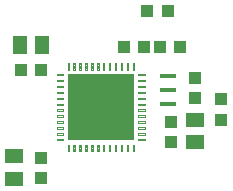
<source format=gbr>
G04 EAGLE Gerber RS-274X export*
G75*
%MOMM*%
%FSLAX34Y34*%
%LPD*%
%INSolderpaste Bottom*%
%IPPOS*%
%AMOC8*
5,1,8,0,0,1.08239X$1,22.5*%
G01*
%ADD10R,1.000000X1.100000*%
%ADD11R,1.500000X1.300000*%
%ADD12C,0.124994*%
%ADD13R,5.699988X5.699988*%
%ADD14R,1.399997X0.400000*%
%ADD15R,1.300000X1.500000*%
%ADD16R,1.100000X1.000000*%


D10*
X425613Y353869D03*
X425613Y370869D03*
D11*
X425630Y316777D03*
X425630Y335777D03*
D12*
X377827Y373077D02*
X377827Y374327D01*
X383577Y374327D01*
X383577Y373077D01*
X377827Y373077D01*
X377827Y374264D02*
X383577Y374264D01*
X377827Y369327D02*
X377827Y368077D01*
X377827Y369327D02*
X383577Y369327D01*
X383577Y368077D01*
X377827Y368077D01*
X377827Y369264D02*
X383577Y369264D01*
X377827Y364327D02*
X377827Y363077D01*
X377827Y364327D02*
X383577Y364327D01*
X383577Y363077D01*
X377827Y363077D01*
X377827Y364264D02*
X383577Y364264D01*
X377827Y359327D02*
X377827Y358077D01*
X377827Y359327D02*
X383577Y359327D01*
X383577Y358077D01*
X377827Y358077D01*
X377827Y359264D02*
X383577Y359264D01*
X377827Y354327D02*
X377827Y353077D01*
X377827Y354327D02*
X383577Y354327D01*
X383577Y353077D01*
X377827Y353077D01*
X377827Y354264D02*
X383577Y354264D01*
X377827Y349327D02*
X377827Y348077D01*
X377827Y349327D02*
X383577Y349327D01*
X383577Y348077D01*
X377827Y348077D01*
X377827Y349264D02*
X383577Y349264D01*
X377827Y344327D02*
X377827Y343077D01*
X377827Y344327D02*
X383577Y344327D01*
X383577Y343077D01*
X377827Y343077D01*
X377827Y344264D02*
X383577Y344264D01*
X377827Y339327D02*
X377827Y338077D01*
X377827Y339327D02*
X383577Y339327D01*
X383577Y338077D01*
X377827Y338077D01*
X377827Y339264D02*
X383577Y339264D01*
X377827Y334327D02*
X377827Y333077D01*
X377827Y334327D02*
X383577Y334327D01*
X383577Y333077D01*
X377827Y333077D01*
X377827Y334264D02*
X383577Y334264D01*
X377827Y329327D02*
X377827Y328077D01*
X377827Y329327D02*
X383577Y329327D01*
X383577Y328077D01*
X377827Y328077D01*
X377827Y329264D02*
X383577Y329264D01*
X377827Y324327D02*
X377827Y323077D01*
X377827Y324327D02*
X383577Y324327D01*
X383577Y323077D01*
X377827Y323077D01*
X377827Y324264D02*
X383577Y324264D01*
X377827Y319327D02*
X377827Y318077D01*
X377827Y319327D02*
X383577Y319327D01*
X383577Y318077D01*
X377827Y318077D01*
X377827Y319264D02*
X383577Y319264D01*
X374327Y314577D02*
X373077Y314577D01*
X374327Y314577D02*
X374327Y308827D01*
X373077Y308827D01*
X373077Y314577D01*
X373077Y310014D02*
X374327Y310014D01*
X374327Y311201D02*
X373077Y311201D01*
X373077Y312388D02*
X374327Y312388D01*
X374327Y313575D02*
X373077Y313575D01*
X369327Y314577D02*
X368077Y314577D01*
X369327Y314577D02*
X369327Y308827D01*
X368077Y308827D01*
X368077Y314577D01*
X368077Y310014D02*
X369327Y310014D01*
X369327Y311201D02*
X368077Y311201D01*
X368077Y312388D02*
X369327Y312388D01*
X369327Y313575D02*
X368077Y313575D01*
X364327Y314577D02*
X363077Y314577D01*
X364327Y314577D02*
X364327Y308827D01*
X363077Y308827D01*
X363077Y314577D01*
X363077Y310014D02*
X364327Y310014D01*
X364327Y311201D02*
X363077Y311201D01*
X363077Y312388D02*
X364327Y312388D01*
X364327Y313575D02*
X363077Y313575D01*
X359327Y314577D02*
X358077Y314577D01*
X359327Y314577D02*
X359327Y308827D01*
X358077Y308827D01*
X358077Y314577D01*
X358077Y310014D02*
X359327Y310014D01*
X359327Y311201D02*
X358077Y311201D01*
X358077Y312388D02*
X359327Y312388D01*
X359327Y313575D02*
X358077Y313575D01*
X354327Y314577D02*
X353077Y314577D01*
X354327Y314577D02*
X354327Y308827D01*
X353077Y308827D01*
X353077Y314577D01*
X353077Y310014D02*
X354327Y310014D01*
X354327Y311201D02*
X353077Y311201D01*
X353077Y312388D02*
X354327Y312388D01*
X354327Y313575D02*
X353077Y313575D01*
X349327Y314577D02*
X348077Y314577D01*
X349327Y314577D02*
X349327Y308827D01*
X348077Y308827D01*
X348077Y314577D01*
X348077Y310014D02*
X349327Y310014D01*
X349327Y311201D02*
X348077Y311201D01*
X348077Y312388D02*
X349327Y312388D01*
X349327Y313575D02*
X348077Y313575D01*
X344327Y314577D02*
X343077Y314577D01*
X344327Y314577D02*
X344327Y308827D01*
X343077Y308827D01*
X343077Y314577D01*
X343077Y310014D02*
X344327Y310014D01*
X344327Y311201D02*
X343077Y311201D01*
X343077Y312388D02*
X344327Y312388D01*
X344327Y313575D02*
X343077Y313575D01*
X339327Y314577D02*
X338077Y314577D01*
X339327Y314577D02*
X339327Y308827D01*
X338077Y308827D01*
X338077Y314577D01*
X338077Y310014D02*
X339327Y310014D01*
X339327Y311201D02*
X338077Y311201D01*
X338077Y312388D02*
X339327Y312388D01*
X339327Y313575D02*
X338077Y313575D01*
X334327Y314577D02*
X333077Y314577D01*
X334327Y314577D02*
X334327Y308827D01*
X333077Y308827D01*
X333077Y314577D01*
X333077Y310014D02*
X334327Y310014D01*
X334327Y311201D02*
X333077Y311201D01*
X333077Y312388D02*
X334327Y312388D01*
X334327Y313575D02*
X333077Y313575D01*
X329327Y314577D02*
X328077Y314577D01*
X329327Y314577D02*
X329327Y308827D01*
X328077Y308827D01*
X328077Y314577D01*
X328077Y310014D02*
X329327Y310014D01*
X329327Y311201D02*
X328077Y311201D01*
X328077Y312388D02*
X329327Y312388D01*
X329327Y313575D02*
X328077Y313575D01*
X324327Y314577D02*
X323077Y314577D01*
X324327Y314577D02*
X324327Y308827D01*
X323077Y308827D01*
X323077Y314577D01*
X323077Y310014D02*
X324327Y310014D01*
X324327Y311201D02*
X323077Y311201D01*
X323077Y312388D02*
X324327Y312388D01*
X324327Y313575D02*
X323077Y313575D01*
X319327Y314577D02*
X318077Y314577D01*
X319327Y314577D02*
X319327Y308827D01*
X318077Y308827D01*
X318077Y314577D01*
X318077Y310014D02*
X319327Y310014D01*
X319327Y311201D02*
X318077Y311201D01*
X318077Y312388D02*
X319327Y312388D01*
X319327Y313575D02*
X318077Y313575D01*
X314577Y318077D02*
X314577Y319327D01*
X314577Y318077D02*
X308827Y318077D01*
X308827Y319327D01*
X314577Y319327D01*
X314577Y319264D02*
X308827Y319264D01*
X314577Y323077D02*
X314577Y324327D01*
X314577Y323077D02*
X308827Y323077D01*
X308827Y324327D01*
X314577Y324327D01*
X314577Y324264D02*
X308827Y324264D01*
X314577Y328077D02*
X314577Y329327D01*
X314577Y328077D02*
X308827Y328077D01*
X308827Y329327D01*
X314577Y329327D01*
X314577Y329264D02*
X308827Y329264D01*
X314577Y333077D02*
X314577Y334327D01*
X314577Y333077D02*
X308827Y333077D01*
X308827Y334327D01*
X314577Y334327D01*
X314577Y334264D02*
X308827Y334264D01*
X314577Y338077D02*
X314577Y339327D01*
X314577Y338077D02*
X308827Y338077D01*
X308827Y339327D01*
X314577Y339327D01*
X314577Y339264D02*
X308827Y339264D01*
X314577Y343077D02*
X314577Y344327D01*
X314577Y343077D02*
X308827Y343077D01*
X308827Y344327D01*
X314577Y344327D01*
X314577Y344264D02*
X308827Y344264D01*
X314577Y348077D02*
X314577Y349327D01*
X314577Y348077D02*
X308827Y348077D01*
X308827Y349327D01*
X314577Y349327D01*
X314577Y349264D02*
X308827Y349264D01*
X314577Y353077D02*
X314577Y354327D01*
X314577Y353077D02*
X308827Y353077D01*
X308827Y354327D01*
X314577Y354327D01*
X314577Y354264D02*
X308827Y354264D01*
X314577Y358077D02*
X314577Y359327D01*
X314577Y358077D02*
X308827Y358077D01*
X308827Y359327D01*
X314577Y359327D01*
X314577Y359264D02*
X308827Y359264D01*
X314577Y363077D02*
X314577Y364327D01*
X314577Y363077D02*
X308827Y363077D01*
X308827Y364327D01*
X314577Y364327D01*
X314577Y364264D02*
X308827Y364264D01*
X314577Y368077D02*
X314577Y369327D01*
X314577Y368077D02*
X308827Y368077D01*
X308827Y369327D01*
X314577Y369327D01*
X314577Y369264D02*
X308827Y369264D01*
X314577Y373077D02*
X314577Y374327D01*
X314577Y373077D02*
X308827Y373077D01*
X308827Y374327D01*
X314577Y374327D01*
X314577Y374264D02*
X308827Y374264D01*
X318077Y377827D02*
X319327Y377827D01*
X318077Y377827D02*
X318077Y383577D01*
X319327Y383577D01*
X319327Y377827D01*
X319327Y379014D02*
X318077Y379014D01*
X318077Y380201D02*
X319327Y380201D01*
X319327Y381388D02*
X318077Y381388D01*
X318077Y382575D02*
X319327Y382575D01*
X323077Y377827D02*
X324327Y377827D01*
X323077Y377827D02*
X323077Y383577D01*
X324327Y383577D01*
X324327Y377827D01*
X324327Y379014D02*
X323077Y379014D01*
X323077Y380201D02*
X324327Y380201D01*
X324327Y381388D02*
X323077Y381388D01*
X323077Y382575D02*
X324327Y382575D01*
X328077Y377827D02*
X329327Y377827D01*
X328077Y377827D02*
X328077Y383577D01*
X329327Y383577D01*
X329327Y377827D01*
X329327Y379014D02*
X328077Y379014D01*
X328077Y380201D02*
X329327Y380201D01*
X329327Y381388D02*
X328077Y381388D01*
X328077Y382575D02*
X329327Y382575D01*
X333077Y377827D02*
X334327Y377827D01*
X333077Y377827D02*
X333077Y383577D01*
X334327Y383577D01*
X334327Y377827D01*
X334327Y379014D02*
X333077Y379014D01*
X333077Y380201D02*
X334327Y380201D01*
X334327Y381388D02*
X333077Y381388D01*
X333077Y382575D02*
X334327Y382575D01*
X338077Y377827D02*
X339327Y377827D01*
X338077Y377827D02*
X338077Y383577D01*
X339327Y383577D01*
X339327Y377827D01*
X339327Y379014D02*
X338077Y379014D01*
X338077Y380201D02*
X339327Y380201D01*
X339327Y381388D02*
X338077Y381388D01*
X338077Y382575D02*
X339327Y382575D01*
X343077Y377827D02*
X344327Y377827D01*
X343077Y377827D02*
X343077Y383577D01*
X344327Y383577D01*
X344327Y377827D01*
X344327Y379014D02*
X343077Y379014D01*
X343077Y380201D02*
X344327Y380201D01*
X344327Y381388D02*
X343077Y381388D01*
X343077Y382575D02*
X344327Y382575D01*
X348077Y377827D02*
X349327Y377827D01*
X348077Y377827D02*
X348077Y383577D01*
X349327Y383577D01*
X349327Y377827D01*
X349327Y379014D02*
X348077Y379014D01*
X348077Y380201D02*
X349327Y380201D01*
X349327Y381388D02*
X348077Y381388D01*
X348077Y382575D02*
X349327Y382575D01*
X353077Y377827D02*
X354327Y377827D01*
X353077Y377827D02*
X353077Y383577D01*
X354327Y383577D01*
X354327Y377827D01*
X354327Y379014D02*
X353077Y379014D01*
X353077Y380201D02*
X354327Y380201D01*
X354327Y381388D02*
X353077Y381388D01*
X353077Y382575D02*
X354327Y382575D01*
X358077Y377827D02*
X359327Y377827D01*
X358077Y377827D02*
X358077Y383577D01*
X359327Y383577D01*
X359327Y377827D01*
X359327Y379014D02*
X358077Y379014D01*
X358077Y380201D02*
X359327Y380201D01*
X359327Y381388D02*
X358077Y381388D01*
X358077Y382575D02*
X359327Y382575D01*
X363077Y377827D02*
X364327Y377827D01*
X363077Y377827D02*
X363077Y383577D01*
X364327Y383577D01*
X364327Y377827D01*
X364327Y379014D02*
X363077Y379014D01*
X363077Y380201D02*
X364327Y380201D01*
X364327Y381388D02*
X363077Y381388D01*
X363077Y382575D02*
X364327Y382575D01*
X368077Y377827D02*
X369327Y377827D01*
X368077Y377827D02*
X368077Y383577D01*
X369327Y383577D01*
X369327Y377827D01*
X369327Y379014D02*
X368077Y379014D01*
X368077Y380201D02*
X369327Y380201D01*
X369327Y381388D02*
X368077Y381388D01*
X368077Y382575D02*
X369327Y382575D01*
X373077Y377827D02*
X374327Y377827D01*
X373077Y377827D02*
X373077Y383577D01*
X374327Y383577D01*
X374327Y377827D01*
X374327Y379014D02*
X373077Y379014D01*
X373077Y380201D02*
X374327Y380201D01*
X374327Y381388D02*
X373077Y381388D01*
X373077Y382575D02*
X374327Y382575D01*
D13*
X346202Y346202D03*
D14*
X402776Y372693D03*
X402776Y360693D03*
X402776Y348693D03*
D10*
X402736Y427787D03*
X385736Y427787D03*
D15*
X296823Y398894D03*
X277823Y398894D03*
D11*
X273101Y304610D03*
X273101Y285610D03*
D10*
X405270Y316330D03*
X405270Y333330D03*
D16*
X295952Y378041D03*
X278952Y378041D03*
D10*
X295605Y303127D03*
X295605Y286127D03*
D16*
X382642Y396862D03*
X365642Y396862D03*
X396579Y396761D03*
X413579Y396761D03*
X448196Y352734D03*
X448196Y335734D03*
M02*

</source>
